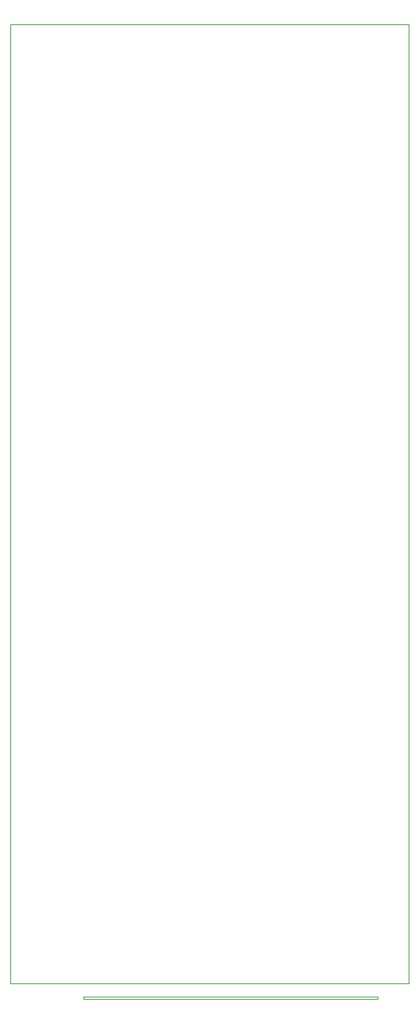
<source format=gbr>
%TF.GenerationSoftware,KiCad,Pcbnew,(6.0.0-0)*%
%TF.CreationDate,2023-01-15T17:49:44+00:00*%
%TF.ProjectId,altera-7128-adaptor,616c7465-7261-42d3-9731-32382d616461,rev?*%
%TF.SameCoordinates,Original*%
%TF.FileFunction,Profile,NP*%
%FSLAX46Y46*%
G04 Gerber Fmt 4.6, Leading zero omitted, Abs format (unit mm)*
G04 Created by KiCad (PCBNEW (6.0.0-0)) date 2023-01-15 17:49:44*
%MOMM*%
%LPD*%
G01*
G04 APERTURE LIST*
%TA.AperFunction,Profile*%
%ADD10C,0.100000*%
%TD*%
G04 APERTURE END LIST*
D10*
X108712000Y-136906000D02*
X142494000Y-136906000D01*
X142494000Y-136906000D02*
X142494000Y-136652000D01*
X142494000Y-136652000D02*
X108712000Y-136652000D01*
X108712000Y-136652000D02*
X108712000Y-136906000D01*
X146050000Y-25146000D02*
X100330000Y-25146000D01*
X100330000Y-25146000D02*
X100330000Y-135128000D01*
X100330000Y-135128000D02*
X146050000Y-135128000D01*
X146050000Y-135128000D02*
X146050000Y-25146000D01*
M02*

</source>
